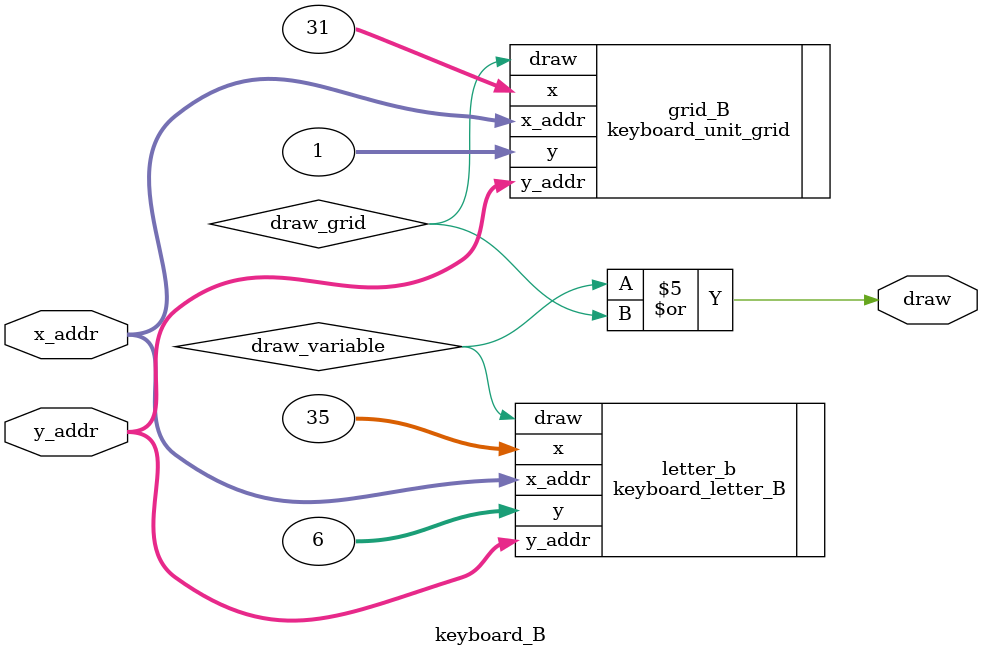
<source format=v>
`timescale 1ns / 1ps


module keyboard_B(
    input [6:0] x_addr,
    input [5:0] y_addr,
    output draw
    );
    
    wire draw_variable, draw_grid;
    
    keyboard_letter_B letter_b (
        .x_addr(x_addr),
        .y_addr(y_addr),
        .x(35), 
        .y(6), 
        .draw(draw_variable)
    );
    
    keyboard_unit_grid grid_B (
        .x_addr(x_addr),
        .y_addr(y_addr),
        .x(31), 
        .y(1), 
        .draw(draw_grid)
    );
    
    assign draw = draw_variable | draw_grid;
endmodule

</source>
